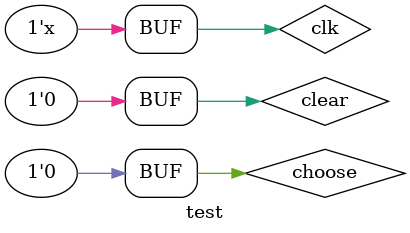
<source format=v>
`timescale 1ns / 1ps


module test(

    );
    reg clk, clear;
    reg choose;
    wire [6:0] eight_decode;
    wire [7:0] mie;
    
    CPU DUT(.clk(clk), .clear(clear), .eight_decode(eight_decode), .mie(mie));
    
    initial begin
        clk = 0;
        clear = 1;
        choose = 0;
        #100 clear = 0;
    end
    
    always begin
        #50 clk = ~clk;
    end
    
endmodule

</source>
